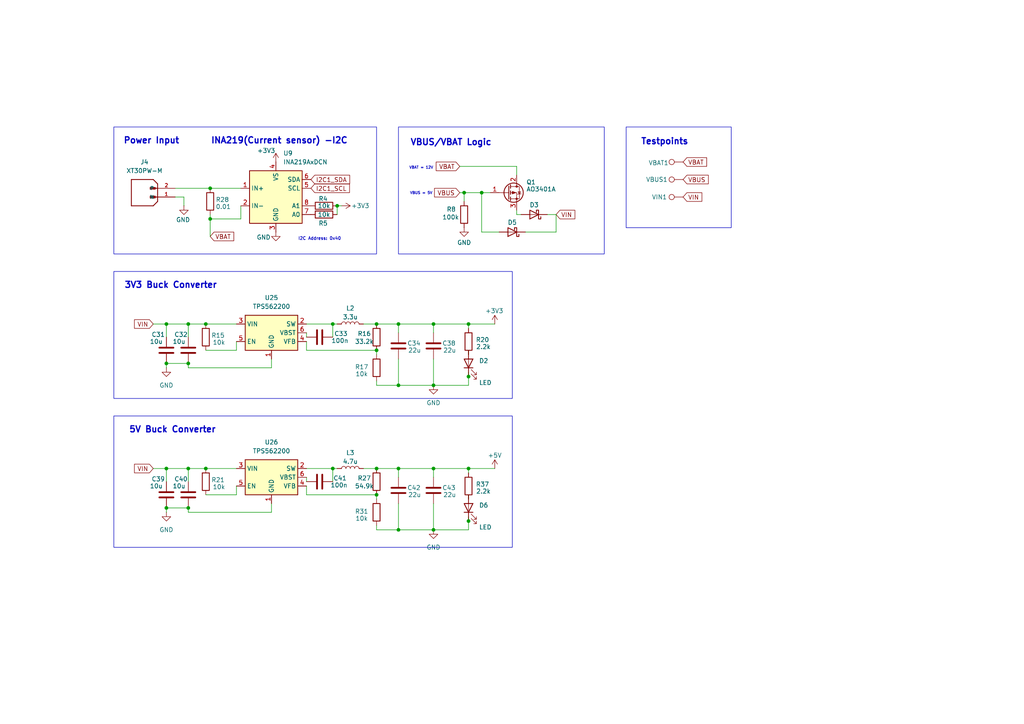
<source format=kicad_sch>
(kicad_sch (version 20250114) (generator "eeschema") (generator_version "9.0")
  (paper "A4")
  (lib_symbols
    (symbol "Connector:TestPoint" (pin_numbers (hide yes)) (pin_names (offset 0.762) (hide yes))
      (property "Reference" "TP" (at 0 6.858 0))
      (property "Value" "TestPoint" (at 0 5.08 0))
      (symbol "TestPoint_0_1"
        (circle (center 0 3.302) (radius 0.762))
      )
      (symbol "TestPoint_1_1"
        (pin passive line (at 0 0 90) (length 2.54) (name "1") (number "1"))
      )
    )
    (symbol "Device:C" (pin_numbers (hide yes)) (pin_names (offset 0.254))
      (property "Reference" "C" (at 0.635 2.54 0))
      (property "Value" "C" (at 0.635 -2.54 0))
      (symbol "C_0_1"
        (polyline (pts (xy -2.032 0.762) (xy 2.032 0.762)) (stroke (width 0.508)))
        (polyline (pts (xy -2.032 -0.762) (xy 2.032 -0.762)) (stroke (width 0.508)))
      )
      (symbol "C_1_1"
        (pin passive line (at 0 3.81 270) (length 2.794) (name "~") (number "1"))
        (pin passive line (at 0 -3.81 90) (length 2.794) (name "~") (number "2"))
      )
    )
    (symbol "Device:D_Schottky" (pin_numbers (hide yes)) (pin_names (offset 1.016) (hide yes))
      (property "Reference" "D" (at 0 2.54 0))
      (property "Value" "D_Schottky" (at 0 -2.54 0))
      (symbol "D_Schottky_0_1"
        (polyline (pts (xy -1.905 0.635) (xy -1.905 1.27) (xy -1.27 1.27) (xy -1.27 -1.27) (xy -0.635 -1.27) (xy -0.635 -0.635)) (stroke (width 0.254)))
        (polyline (pts (xy 1.27 1.27) (xy 1.27 -1.27) (xy -1.27 0) (xy 1.27 1.27)) (stroke (width 0.254)))
        (polyline (pts (xy 1.27 0) (xy -1.27 0)))
      )
      (symbol "D_Schottky_1_1"
        (pin passive line (at -3.81 0 0) (length 2.54) (name "K") (number "1"))
        (pin passive line (at 3.81 0 180) (length 2.54) (name "A") (number "2"))
      )
    )
    (symbol "Device:L" (pin_numbers (hide yes)) (pin_names (offset 1.016) (hide yes))
      (property "Reference" "L" (at -1.27 0 90))
      (property "Value" "L" (at 1.905 0 90))
      (symbol "L_0_1"
        (arc (start 0 2.54) (mid 0.6323 1.905) (end 0 1.27))
        (arc (start 0 1.27) (mid 0.6323 0.635) (end 0 0))
        (arc (start 0 0) (mid 0.6323 -0.635) (end 0 -1.27))
        (arc (start 0 -1.27) (mid 0.6323 -1.905) (end 0 -2.54))
      )
      (symbol "L_1_1"
        (pin passive line (at 0 3.81 270) (length 1.27) (name "1") (number "1"))
        (pin passive line (at 0 -3.81 90) (length 1.27) (name "2") (number "2"))
      )
    )
    (symbol "Device:LED" (pin_numbers (hide yes)) (pin_names (offset 1.016) (hide yes))
      (property "Reference" "D" (at 0 2.54 0))
      (property "Value" "LED" (at 0 -2.54 0))
      (symbol "LED_0_1"
        (polyline (pts (xy -3.048 -0.762) (xy -4.572 -2.286) (xy -3.81 -2.286) (xy -4.572 -2.286) (xy -4.572 -1.524)))
        (polyline (pts (xy -1.778 -0.762) (xy -3.302 -2.286) (xy -2.54 -2.286) (xy -3.302 -2.286) (xy -3.302 -1.524)))
        (polyline (pts (xy -1.27 0) (xy 1.27 0)))
        (polyline (pts (xy -1.27 -1.27) (xy -1.27 1.27)) (stroke (width 0.254)))
        (polyline (pts (xy 1.27 -1.27) (xy 1.27 1.27) (xy -1.27 0) (xy 1.27 -1.27)) (stroke (width 0.254)))
      )
      (symbol "LED_1_1"
        (pin passive line (at -3.81 0 0) (length 2.54) (name "K") (number "1"))
        (pin passive line (at 3.81 0 180) (length 2.54) (name "A") (number "2"))
      )
    )
    (symbol "Device:Q_PMOS_GDS" (pin_names (offset 0) (hide yes))
      (property "Reference" "Q" (at 5.08 1.27 0))
      (property "Value" "Q_PMOS_GDS" (at 5.08 -1.27 0))
      (symbol "Q_PMOS_GDS_0_1"
        (polyline (pts (xy 0.254 1.905) (xy 0.254 -1.905)) (stroke (width 0.254)))
        (polyline (pts (xy 0.254 0) (xy -2.54 0)))
        (polyline (pts (xy 0.762 2.286) (xy 0.762 1.27)) (stroke (width 0.254)))
        (polyline (pts (xy 0.762 1.778) (xy 3.302 1.778) (xy 3.302 -1.778) (xy 0.762 -1.778)))
        (polyline (pts (xy 0.762 0.508) (xy 0.762 -0.508)) (stroke (width 0.254)))
        (polyline (pts (xy 0.762 -1.27) (xy 0.762 -2.286)) (stroke (width 0.254)))
        (circle (center 1.651 0) (radius 2.794) (stroke (width 0.254)))
        (polyline (pts (xy 2.286 0) (xy 1.27 0.381) (xy 1.27 -0.381) (xy 2.286 0)) (fill (type outline)))
        (polyline (pts (xy 2.54 2.54) (xy 2.54 1.778)))
        (circle (center 2.54 1.778) (radius 0.254) (fill (type outline)))
        (circle (center 2.54 -1.778) (radius 0.254) (fill (type outline)))
        (polyline (pts (xy 2.54 -2.54) (xy 2.54 0) (xy 0.762 0)))
        (polyline (pts (xy 2.794 -0.508) (xy 2.921 -0.381) (xy 3.683 -0.381) (xy 3.81 -0.254)))
        (polyline (pts (xy 3.302 -0.381) (xy 2.921 0.254) (xy 3.683 0.254) (xy 3.302 -0.381)))
      )
      (symbol "Q_PMOS_GDS_1_1"
        (pin input line (at -5.08 0 0) (length 2.54) (name "G") (number "1"))
        (pin passive line (at 2.54 5.08 270) (length 2.54) (name "D") (number "2"))
        (pin passive line (at 2.54 -5.08 90) (length 2.54) (name "S") (number "3"))
      )
    )
    (symbol "Device:R" (pin_numbers (hide yes)) (pin_names (offset 0))
      (property "Reference" "R" (at 2.032 0 90))
      (property "Value" "R" (at 0 0 90))
      (symbol "R_0_1"
        (rectangle (start -1.016 -2.54) (end 1.016 2.54) (stroke (width 0.254)))
      )
      (symbol "R_1_1"
        (pin passive line (at 0 3.81 270) (length 1.27) (name "~") (number "1"))
        (pin passive line (at 0 -3.81 90) (length 1.27) (name "~") (number "2"))
      )
    )
    (symbol "Regulator_Switching:TPS562200"
      (property "Reference" "U" (at -7.62 6.35 0))
      (property "Value" "TPS562200" (at -2.54 6.35 0))
      (symbol "TPS562200_0_1"
        (rectangle (start -7.62 5.08) (end 7.62 -5.08) (stroke (width 0.254)) (fill (type background)))
      )
      (symbol "TPS562200_1_1"
        (pin power_in line (at -10.16 2.54 0) (length 2.54) (name "VIN") (number "3"))
        (pin input line (at -10.16 -2.54 0) (length 2.54) (name "EN") (number "5"))
        (pin power_in line (at 0 -7.62 90) (length 2.54) (name "GND") (number "1"))
        (pin output line (at 10.16 2.54 180) (length 2.54) (name "SW") (number "2"))
        (pin passive line (at 10.16 0 180) (length 2.54) (name "VBST") (number "6"))
        (pin input line (at 10.16 -2.54 180) (length 2.54) (name "VFB") (number "4"))
      )
    )
    (symbol "Sensor_Energy:INA219AxDCN"
      (property "Reference" "U" (at -6.35 8.89 0))
      (property "Value" "INA219AxDCN" (at 6.35 8.89 0))
      (symbol "INA219AxDCN_0_1"
        (rectangle (start -7.62 7.62) (end 7.62 -7.62) (stroke (width 0.254)) (fill (type background)))
      )
      (symbol "INA219AxDCN_1_1"
        (pin input line (at -10.16 2.54 0) (length 2.54) (name "IN+") (number "1"))
        (pin input line (at -10.16 -2.54 0) (length 2.54) (name "IN-") (number "2"))
        (pin power_in line (at 0 10.16 270) (length 2.54) (name "VS") (number "4"))
        (pin power_in line (at 0 -10.16 90) (length 2.54) (name "GND") (number "3"))
        (pin bidirectional line (at 10.16 5.08 180) (length 2.54) (name "SDA") (number "6"))
        (pin input line (at 10.16 2.54 180) (length 2.54) (name "SCL") (number "5"))
        (pin input line (at 10.16 -2.54 180) (length 2.54) (name "A1") (number "8"))
        (pin input line (at 10.16 -5.08 180) (length 2.54) (name "A0") (number "7"))
      )
    )
    (symbol "XT30PW-M:XT30PW-M" (pin_names (offset 1.016))
      (property "Reference" "J4" (at -3.81 7.62 0))
      (property "Value" "XT30PW-M" (at -3.81 5.08 0))
      (symbol "XT30PW-M_0_0"
        (polyline (pts (xy -7.62 2.54) (xy -1.27 2.54)) (stroke (width 0.254)))
        (polyline (pts (xy -7.62 -5.08) (xy -7.62 2.54)) (stroke (width 0.254)))
        (rectangle (start -2.2225 -0.3175) (end -0.635 0.3175) (stroke (width 0.1)) (fill (type outline)))
        (rectangle (start -2.2225 -2.8575) (end -0.635 -2.2225) (stroke (width 0.1)) (fill (type outline)))
        (polyline (pts (xy -1.27 -5.08) (xy -7.62 -5.08)) (stroke (width 0.254)))
        (polyline (pts (xy 0 1.27) (xy -1.27 2.54)) (stroke (width 0.254)))
        (polyline (pts (xy 0 1.27) (xy 0 0)) (stroke (width 0.254)))
        (polyline (pts (xy 0 0) (xy -1.905 0)) (stroke (width 0.254)))
        (polyline (pts (xy 0 0) (xy 0 -3.81)) (stroke (width 0.254)))
        (polyline (pts (xy 0 -2.54) (xy -1.905 -2.54)) (stroke (width 0.254)))
        (polyline (pts (xy 0 -3.81) (xy -1.27 -5.08)) (stroke (width 0.254)))
      )
      (symbol "XT30PW-M_1_0"
        (pin power_in line (at 5.08 0 180) (length 5.08) (name "P") (number "2"))
        (pin power_in line (at 5.08 -2.54 180) (length 5.08) (name "N") (number "1"))
      )
    )
    (symbol "power:+3V3" (power) (pin_numbers (hide yes)) (pin_names (offset 0) (hide yes))
      (property "Value" "+3V3" (at 0 3.556 0))
      (symbol "+3V3_0_1"
        (polyline (pts (xy -0.762 1.27) (xy 0 2.54)))
        (polyline (pts (xy 0 2.54) (xy 0.762 1.27)))
        (polyline (pts (xy 0 0) (xy 0 2.54)))
      )
      (symbol "+3V3_1_1"
        (pin power_in line (at 0 0 90) (length 0) (name "~") (number "1"))
      )
    )
    (symbol "power:+5V" (power) (pin_numbers (hide yes)) (pin_names (offset 0) (hide yes))
      (property "Value" "+5V" (at 0 3.556 0))
      (symbol "+5V_0_1"
        (polyline (pts (xy -0.762 1.27) (xy 0 2.54)))
        (polyline (pts (xy 0 2.54) (xy 0.762 1.27)))
        (polyline (pts (xy 0 0) (xy 0 2.54)))
      )
      (symbol "+5V_1_1"
        (pin power_in line (at 0 0 90) (length 0) (name "~") (number "1"))
      )
    )
    (symbol "power:GND" (power) (pin_numbers (hide yes)) (pin_names (offset 0) (hide yes))
      (property "Value" "GND" (at 0 -3.81 0))
      (symbol "GND_0_1"
        (polyline (pts (xy 0 0) (xy 0 -1.27) (xy 1.27 -1.27) (xy 0 -2.54) (xy -1.27 -1.27) (xy 0 -1.27)))
      )
      (symbol "GND_1_1"
        (pin power_in line (at 0 0 270) (length 0) (name "~") (number "1"))
      )
    )
  )
  (rectangle (start 181.61 36.83) (end 212.09 66.04))
  (rectangle (start 33.02 36.83) (end 109.22 73.66))
  (rectangle (start 33.02 78.74) (end 148.59 115.57))
  (rectangle (start 115.57 36.83) (end 175.26 73.66))
  (rectangle (start 33.02 120.65) (end 148.59 158.75))
  (text "3V3 Buck Converter" (at 49.53 82.804 0) (effects (font (size 1.778 1.778) (thickness 0.3556) (bold yes))))
  (text "VBAT = 12V" (at 122.174 48.768 0) (effects (font (size 0.762 0.762))))
  (text "Testpoints" (at 192.786 41.148 0) (effects (font (size 1.778 1.778) (thickness 0.3556) (bold yes))))
  (text "Power Input" (at 43.942 40.894 0) (effects (font (size 1.778 1.778) (thickness 0.3556) (bold yes))))
  (text "5V Buck Converter" (at 50.038 124.714 0) (effects (font (size 1.778 1.778) (thickness 0.3556) (bold yes))))
  (text "INA219(Current sensor) -I2C" (at 81.026 40.894 0) (effects (font (size 1.778 1.778) (thickness 0.3556) (bold yes))))
  (text "VBUS/VBAT Logic" (at 130.81 41.402 0) (effects (font (size 1.778 1.778) (thickness 0.3556) (bold yes))))
  (text "I2C Address: 0x40" (at 92.71 69.342 0) (effects (font (size 0.889 0.889))))
  (text "VBUS = 5V" (at 122.174 56.134 0) (effects (font (size 0.762 0.762))))
  (junction (at 60.96 63.5))
  (junction (at 125.73 111.76))
  (junction (at 139.7 55.88))
  (junction (at 109.22 101.6))
  (junction (at 54.61 135.89))
  (junction (at 109.22 143.51))
  (junction (at 48.26 147.32))
  (junction (at 125.73 153.67))
  (junction (at 115.57 153.67))
  (junction (at 109.22 135.89))
  (junction (at 59.69 93.98))
  (junction (at 125.73 135.89))
  (junction (at 134.62 55.88))
  (junction (at 60.96 54.61))
  (junction (at 54.61 105.41))
  (junction (at 135.89 93.98))
  (junction (at 109.22 93.98))
  (junction (at 48.26 93.98))
  (junction (at 135.89 151.13))
  (junction (at 54.61 147.32))
  (junction (at 48.26 135.89))
  (junction (at 115.57 93.98))
  (junction (at 59.69 135.89))
  (junction (at 135.89 109.22))
  (junction (at 135.89 135.89))
  (junction (at 96.52 135.89))
  (junction (at 48.26 105.41))
  (junction (at 115.57 111.76))
  (junction (at 115.57 135.89))
  (junction (at 96.52 93.98))
  (junction (at 54.61 93.98))
  (junction (at 97.79 59.69))
  (junction (at 125.73 93.98))
  (wire (pts (xy 139.7 67.31) (xy 144.78 67.31)))
  (wire (pts (xy 135.89 111.76) (xy 135.89 109.22)))
  (wire (pts (xy 54.61 93.98) (xy 59.69 93.98)))
  (wire (pts (xy 99.06 59.69) (xy 97.79 59.69)))
  (wire (pts (xy 125.73 104.14) (xy 125.73 111.76)))
  (wire (pts (xy 88.9 143.51) (xy 109.22 143.51)))
  (wire (pts (xy 115.57 153.67) (xy 125.73 153.67)))
  (wire (pts (xy 59.69 93.98) (xy 68.58 93.98)))
  (wire (pts (xy 109.22 93.98) (xy 115.57 93.98)))
  (wire (pts (xy 54.61 135.89) (xy 59.69 135.89)))
  (wire (pts (xy 109.22 135.89) (xy 115.57 135.89)))
  (wire (pts (xy 133.35 55.88) (xy 134.62 55.88)))
  (wire (pts (xy 135.89 153.67) (xy 125.73 153.67)))
  (wire (pts (xy 59.69 135.89) (xy 68.58 135.89)))
  (wire (pts (xy 48.26 105.41) (xy 48.26 106.68)))
  (wire (pts (xy 60.96 62.23) (xy 60.96 63.5)))
  (wire (pts (xy 125.73 135.89) (xy 125.73 138.43)))
  (wire (pts (xy 161.29 67.31) (xy 161.29 62.23)))
  (wire (pts (xy 115.57 138.43) (xy 115.57 135.89)))
  (wire (pts (xy 48.26 93.98) (xy 54.61 93.98)))
  (wire (pts (xy 139.7 55.88) (xy 142.24 55.88)))
  (wire (pts (xy 68.58 140.97) (xy 68.58 143.51)))
  (wire (pts (xy 109.22 152.4) (xy 109.22 153.67)))
  (wire (pts (xy 109.22 110.49) (xy 109.22 111.76)))
  (wire (pts (xy 135.89 102.87) (xy 135.89 101.6)))
  (wire (pts (xy 149.86 62.23) (xy 149.86 60.96)))
  (wire (pts (xy 48.26 139.7) (xy 48.26 135.89)))
  (wire (pts (xy 135.89 111.76) (xy 125.73 111.76)))
  (wire (pts (xy 88.9 101.6) (xy 109.22 101.6)))
  (wire (pts (xy 54.61 148.59) (xy 54.61 147.32)))
  (wire (pts (xy 125.73 135.89) (xy 135.89 135.89)))
  (wire (pts (xy 54.61 147.32) (xy 48.26 147.32)))
  (wire (pts (xy 135.89 93.98) (xy 143.51 93.98)))
  (wire (pts (xy 152.4 67.31) (xy 161.29 67.31)))
  (wire (pts (xy 60.96 63.5) (xy 69.85 63.5)))
  (wire (pts (xy 115.57 96.52) (xy 115.57 93.98)))
  (wire (pts (xy 135.89 149.86) (xy 135.89 151.13)))
  (wire (pts (xy 88.9 138.43) (xy 88.9 139.7)))
  (wire (pts (xy 115.57 93.98) (xy 125.73 93.98)))
  (wire (pts (xy 135.89 95.25) (xy 135.89 93.98)))
  (wire (pts (xy 78.74 148.59) (xy 54.61 148.59)))
  (wire (pts (xy 96.52 135.89) (xy 97.79 135.89)))
  (wire (pts (xy 109.22 143.51) (xy 109.22 144.78)))
  (wire (pts (xy 54.61 105.41) (xy 48.26 105.41)))
  (wire (pts (xy 139.7 55.88) (xy 139.7 67.31)))
  (wire (pts (xy 135.89 153.67) (xy 135.89 151.13)))
  (wire (pts (xy 48.26 135.89) (xy 54.61 135.89)))
  (wire (pts (xy 115.57 104.14) (xy 115.57 111.76)))
  (wire (pts (xy 133.35 48.26) (xy 149.86 48.26)))
  (wire (pts (xy 125.73 93.98) (xy 135.89 93.98)))
  (wire (pts (xy 48.26 147.32) (xy 48.26 148.59)))
  (wire (pts (xy 69.85 63.5) (xy 69.85 59.69)))
  (wire (pts (xy 115.57 146.05) (xy 115.57 153.67)))
  (wire (pts (xy 97.79 59.69) (xy 97.79 62.23)))
  (wire (pts (xy 135.89 107.95) (xy 135.89 109.22)))
  (wire (pts (xy 59.69 143.51) (xy 68.58 143.51)))
  (wire (pts (xy 109.22 101.6) (xy 109.22 102.87)))
  (wire (pts (xy 115.57 135.89) (xy 125.73 135.89)))
  (wire (pts (xy 78.74 106.68) (xy 54.61 106.68)))
  (wire (pts (xy 88.9 140.97) (xy 88.9 143.51)))
  (wire (pts (xy 48.26 97.79) (xy 48.26 93.98)))
  (wire (pts (xy 44.45 93.98) (xy 48.26 93.98)))
  (wire (pts (xy 88.9 135.89) (xy 96.52 135.89)))
  (wire (pts (xy 54.61 139.7) (xy 54.61 135.89)))
  (wire (pts (xy 88.9 99.06) (xy 88.9 101.6)))
  (wire (pts (xy 134.62 58.42) (xy 134.62 55.88)))
  (wire (pts (xy 96.52 93.98) (xy 96.52 97.79)))
  (wire (pts (xy 125.73 93.98) (xy 125.73 96.52)))
  (wire (pts (xy 125.73 146.05) (xy 125.73 153.67)))
  (wire (pts (xy 88.9 93.98) (xy 96.52 93.98)))
  (wire (pts (xy 96.52 135.89) (xy 96.52 139.7)))
  (wire (pts (xy 105.41 93.98) (xy 109.22 93.98)))
  (wire (pts (xy 54.61 97.79) (xy 54.61 93.98)))
  (wire (pts (xy 115.57 111.76) (xy 125.73 111.76)))
  (wire (pts (xy 50.8 57.15) (xy 53.34 57.15)))
  (wire (pts (xy 115.57 111.76) (xy 109.22 111.76)))
  (wire (pts (xy 115.57 153.67) (xy 109.22 153.67)))
  (wire (pts (xy 134.62 55.88) (xy 139.7 55.88)))
  (wire (pts (xy 50.8 54.61) (xy 60.96 54.61)))
  (wire (pts (xy 60.96 63.5) (xy 60.96 68.58)))
  (wire (pts (xy 135.89 144.78) (xy 135.89 143.51)))
  (wire (pts (xy 78.74 104.14) (xy 78.74 106.68)))
  (wire (pts (xy 78.74 146.05) (xy 78.74 148.59)))
  (wire (pts (xy 135.89 137.16) (xy 135.89 135.89)))
  (wire (pts (xy 53.34 57.15) (xy 53.34 59.69)))
  (wire (pts (xy 149.86 62.23) (xy 151.13 62.23)))
  (wire (pts (xy 96.52 93.98) (xy 97.79 93.98)))
  (wire (pts (xy 44.45 135.89) (xy 48.26 135.89)))
  (wire (pts (xy 54.61 105.41) (xy 54.61 106.68)))
  (wire (pts (xy 135.89 135.89) (xy 143.51 135.89)))
  (wire (pts (xy 59.69 101.6) (xy 68.58 101.6)))
  (wire (pts (xy 149.86 48.26) (xy 149.86 50.8)))
  (wire (pts (xy 68.58 99.06) (xy 68.58 101.6)))
  (wire (pts (xy 60.96 54.61) (xy 69.85 54.61)))
  (wire (pts (xy 161.29 62.23) (xy 158.75 62.23)))
  (wire (pts (xy 105.41 135.89) (xy 109.22 135.89)))
  (wire (pts (xy 88.9 96.52) (xy 88.9 97.79)))
  (global_label "VIN" (shape input) (at 161.29 62.23 0) (property "Intersheetrefs" "${INTERSHEET_REFS}" (effects (hide yes))))
  (global_label "VIN" (shape input) (at 198.12 57.15 0) (property "Intersheetrefs" "${INTERSHEET_REFS}" (effects (hide yes))))
  (global_label "I2C1_SCL" (shape input) (at 90.17 54.61 0) (property "Intersheetrefs" "${INTERSHEET_REFS}" (effects (hide yes))))
  (global_label "VBUS" (shape input) (at 198.12 52.07 0) (property "Intersheetrefs" "${INTERSHEET_REFS}" (effects (hide yes))))
  (global_label "VIN" (shape input) (at 44.45 93.98 180) (property "Intersheetrefs" "${INTERSHEET_REFS}" (effects (hide yes))))
  (global_label "VBAT" (shape input) (at 133.35 48.26 180) (effects (font (thickness 0.1588))) (property "Intersheetrefs" "${INTERSHEET_REFS}" (effects (hide yes))))
  (global_label "VBAT" (shape input) (at 60.96 68.58 0) (effects (font (thickness 0.1588))) (property "Intersheetrefs" "${INTERSHEET_REFS}" (effects (hide yes))))
  (global_label "VIN" (shape input) (at 44.45 135.89 180) (property "Intersheetrefs" "${INTERSHEET_REFS}" (effects (hide yes))))
  (global_label "I2C1_SDA" (shape input) (at 90.17 52.07 0) (property "Intersheetrefs" "${INTERSHEET_REFS}" (effects (hide yes))))
  (global_label "VBUS" (shape input) (at 133.35 55.88 180) (property "Intersheetrefs" "${INTERSHEET_REFS}" (effects (hide yes))))
  (global_label "VBAT" (shape input) (at 198.12 46.99 0) (effects (font (thickness 0.1588))) (property "Intersheetrefs" "${INTERSHEET_REFS}" (effects (hide yes))))
  (symbol (lib_id "Device:LED") (at 135.89 105.41 90) (unit 1)
    (property "Reference" "D2" (at 138.938 104.648 90) (effects (justify right)))
    (property "Value" "LED" (at 138.938 110.998 90) (effects (justify right)))
    (property "Footprint" "LED_SMD:LED_0603_1608Metric" (effects (hide yes)))
    (property "Description" "Light emitting diode" (effects (hide yes)))
  )
  (symbol (lib_id "Connector:TestPoint") (at 198.12 57.15 90) (unit 1)
    (property "Reference" "VIN1" (at 191.262 57.15 90))
    (property "Value" "TestPoint" (effects (hide yes)))
    (property "Footprint" "TestPoint:TestPoint_Pad_D1.5mm" (effects (hide yes)))
    (property "Description" "test point" (effects (hide yes)))
  )
  (symbol (lib_id "Device:R") (at 93.98 62.23 270) (unit 1)
    (property "Reference" "R5" (at 93.726 64.77 90))
    (property "Value" "10k" (at 93.98 62.23 90))
    (property "Footprint" "Resistor_SMD:R_0402_1005Metric" (effects (hide yes)))
    (property "Description" "Resistor" (effects (hide yes)))
  )
  (symbol (lib_id "Device:R") (at 135.89 99.06 180) (unit 1)
    (property "Reference" "R20" (at 139.954 98.552 0))
    (property "Value" "2.2k" (at 140.208 100.584 0))
    (property "Footprint" "Resistor_SMD:R_0603_1608Metric" (effects (hide yes)))
    (property "Description" "Resistor" (effects (hide yes)))
  )
  (symbol (lib_id "power:GND") (at 53.34 59.69 0) (unit 1)
    (property "Reference" "#PWR029" (effects (hide yes)))
    (property "Value" "GND" (at 53.086 63.754 0))
    (property "Description" "Power symbol creates a global label with name \"GND\" , ground" (effects (hide yes)))
  )
  (symbol (lib_id "power:+3V3") (at 99.06 59.69 270) (unit 1)
    (property "Reference" "#PWR010" (effects (hide yes)))
    (property "Value" "+3V3" (at 101.854 59.69 90) (effects (justify left)))
    (property "Description" "Power symbol creates a global label with name \"+3V3\"" (effects (hide yes)))
  )
  (symbol (lib_id "Connector:TestPoint") (at 198.12 52.07 90) (unit 1)
    (property "Reference" "VBUS1" (at 190.5 52.07 90))
    (property "Value" "TestPoint" (effects (hide yes)))
    (property "Footprint" "TestPoint:TestPoint_Pad_D1.5mm" (effects (hide yes)))
    (property "Description" "test point" (effects (hide yes)))
  )
  (symbol (lib_id "power:GND") (at 48.26 106.68 0) (unit 1)
    (property "Reference" "#PWR011" (effects (hide yes)))
    (property "Value" "GND" (at 48.26 111.76 0))
    (property "Description" "Power symbol creates a global label with name \"GND\" , ground" (effects (hide yes)))
  )
  (symbol (lib_id "Regulator_Switching:TPS562200") (at 78.74 138.43 0) (unit 1)
    (property "Reference" "U26" (at 78.74 128.27 0))
    (property "Value" "TPS562200" (at 78.74 130.81 0))
    (property "Footprint" "Package_TO_SOT_SMD:SOT-23-6_Handsoldering" (effects (hide yes)))
    (property "Datasheet" "http://www.ti.com/lit/ds/symlink/tps563200.pdf" (effects (hide yes)))
    (property "Description" "2A Synchronous Step-Down Voltage Regulator, Adjustable Output Voltage, 4.5-17V Input Voltage, SOT-23-6" (effects (hide yes)))
  )
  (symbol (lib_id "Device:D_Schottky") (at 154.94 62.23 180) (unit 1)
    (property "Reference" "D3" (at 154.94 59.436 0))
    (property "Value" "D_Schottky" (effects (hide yes)))
    (property "Footprint" "Diode_SMD:D_SOD-323" (effects (hide yes)))
    (property "Description" "Schottky diode" (effects (hide yes)))
  )
  (symbol (lib_id "Device:L") (at 101.6 93.98 90) (unit 1)
    (property "Reference" "L2" (at 101.6 89.408 90))
    (property "Value" "3.3u" (at 101.6 91.948 90))
    (property "Footprint" "Inductor_SMD:L_Changjiang_FNR4030S" (effects (hide yes)))
    (property "Description" "Inductor" (effects (hide yes)))
  )
  (symbol (lib_id "Sensor_Energy:INA219AxDCN") (at 80.01 57.15 0) (unit 1)
    (property "Reference" "U9" (at 82.1533 44.45 0) (effects (justify left)))
    (property "Value" "INA219AxDCN" (at 82.1533 46.99 0) (effects (justify left)))
    (property "Footprint" "Package_TO_SOT_SMD:SOT-23-8" (effects (hide yes)))
    (property "Datasheet" "http://www.ti.com/lit/ds/symlink/ina219.pdf" (effects (hide yes)))
    (property "Description" "Zero-Drift, Bidirectional Current/Power Monitor (0-26V) With I2C Interface, SOT-23-8" (effects (hide yes)))
  )
  (symbol (lib_id "Device:R") (at 60.96 58.42 180) (unit 1)
    (property "Reference" "R28" (at 64.516 57.912 0))
    (property "Value" "0.01" (at 64.77 59.944 0))
    (property "Footprint" "Resistor_SMD:R_2512_6332Metric" (effects (hide yes)))
    (property "Description" "Resistor" (effects (hide yes)))
  )
  (symbol (lib_id "Device:L") (at 101.6 135.89 90) (unit 1)
    (property "Reference" "L3" (at 101.6 131.318 90))
    (property "Value" "4.7u" (at 101.6 133.858 90))
    (property "Footprint" "Inductor_SMD:L_Changjiang_FXL0420" (effects (hide yes)))
    (property "Description" "Inductor" (effects (hide yes)))
  )
  (symbol (lib_id "Device:R") (at 109.22 106.68 180) (unit 1)
    (property "Reference" "R17" (at 104.902 106.426 0))
    (property "Value" "10k" (at 104.902 108.458 0))
    (property "Footprint" "Resistor_SMD:R_0402_1005Metric" (effects (hide yes)))
    (property "Description" "Resistor" (effects (hide yes)))
  )
  (symbol (lib_id "Device:C") (at 115.57 142.24 0) (unit 1)
    (property "Reference" "C42" (at 118.11 141.478 0) (effects (justify left)))
    (property "Value" "22u" (at 118.364 143.51 0) (effects (justify left)))
    (property "Footprint" "Capacitor_SMD:C_0805_2012Metric" (effects (hide yes)))
    (property "Description" "Unpolarized capacitor" (effects (hide yes)))
  )
  (symbol (lib_id "Device:R") (at 109.22 139.7 0) (unit 1)
    (property "Reference" "R27" (at 105.664 138.684 0))
    (property "Value" "54.9k" (at 105.664 140.97 0))
    (property "Footprint" "Resistor_SMD:R_0402_1005Metric" (effects (hide yes)))
    (property "Description" "Resistor" (effects (hide yes)))
  )
  (symbol (lib_id "power:GND") (at 125.73 111.76 0) (unit 1)
    (property "Reference" "#PWR0215" (effects (hide yes)))
    (property "Value" "GND" (at 125.73 116.84 0))
    (property "Description" "Power symbol creates a global label with name \"GND\" , ground" (effects (hide yes)))
  )
  (symbol (lib_id "XT30PW-M:XT30PW-M") (at 45.72 54.61 0) (unit 1)
    (property "Reference" "J4" (at 41.91 46.99 0))
    (property "Value" "XT30PW-M" (at 41.91 49.53 0))
    (property "Footprint" "Connector_AMASS:AMASS_XT30PW-M_1x02_P2.50mm_Horizontal" (effects (hide yes)))
    (property "MF" "AMASS" (effects (hide yes)))
    (property "MAXIMUM_PACKAGE_HEIGHT" "5 mm" (effects (hide yes)))
    (property "Package" "None" (effects (hide yes)))
    (property "Price" "None" (effects (hide yes)))
    (property "Check_prices" "https://www.snapeda.com/parts/XT30PW-M/AMASS/view-part/?ref=eda" (effects (hide yes)))
    (property "STANDARD" "Manufacturer Recommendations" (effects (hide yes)))
    (property "PARTREV" "1.2" (effects (hide yes)))
    (property "SnapEDA_Link" "https://www.snapeda.com/parts/XT30PW-M/AMASS/view-part/?ref=snap" (effects (hide yes)))
    (property "MP" "XT30PW-M" (effects (hide yes)))
    (property "Description_1" "\n                        \n                            Socket; DC supply; XT30; male; PIN: 2; on PCBs; THT; Colour: yellow\n                        \n" (effects (hide yes)))
    (property "MANUFACTURER" "Amass" (effects (hide yes)))
    (property "Availability" "Not in stock" (effects (hide yes)))
    (property "SNAPEDA_PN" "XT30PW-M" (effects (hide yes)))
  )
  (symbol (lib_id "Device:LED") (at 135.89 147.32 90) (unit 1)
    (property "Reference" "D6" (at 138.938 146.558 90) (effects (justify right)))
    (property "Value" "LED" (at 138.938 152.908 90) (effects (justify right)))
    (property "Footprint" "LED_SMD:LED_0603_1608Metric" (effects (hide yes)))
    (property "Description" "Light emitting diode" (effects (hide yes)))
  )
  (symbol (lib_id "Device:C") (at 54.61 101.6 0) (unit 1)
    (property "Reference" "C32" (at 50.546 97.028 0) (effects (justify left)))
    (property "Value" "10u" (at 50.038 99.06 0) (effects (justify left)))
    (property "Footprint" "Capacitor_SMD:C_0805_2012Metric" (effects (hide yes)))
    (property "Description" "Unpolarized capacitor" (effects (hide yes)))
  )
  (symbol (lib_id "Device:R") (at 109.22 97.79 0) (unit 1)
    (property "Reference" "R16" (at 105.664 96.774 0))
    (property "Value" "33.2k" (at 105.664 99.06 0))
    (property "Footprint" "Resistor_SMD:R_0402_1005Metric" (effects (hide yes)))
    (property "Description" "Resistor" (effects (hide yes)))
  )
  (symbol (lib_id "Device:C") (at 125.73 142.24 0) (unit 1)
    (property "Reference" "C43" (at 128.27 141.478 0) (effects (justify left)))
    (property "Value" "22u" (at 128.524 143.51 0) (effects (justify left)))
    (property "Footprint" "Capacitor_SMD:C_0805_2012Metric" (effects (hide yes)))
    (property "Description" "Unpolarized capacitor" (effects (hide yes)))
  )
  (symbol (lib_id "Device:D_Schottky") (at 148.59 67.31 180) (unit 1)
    (property "Reference" "D5" (at 148.59 64.516 0))
    (property "Value" "D_Schottky" (effects (hide yes)))
    (property "Footprint" "Diode_SMD:D_SOD-323" (effects (hide yes)))
    (property "Description" "Schottky diode" (effects (hide yes)))
  )
  (symbol (lib_id "Device:R") (at 93.98 59.69 270) (unit 1)
    (property "Reference" "R4" (at 93.726 57.658 90))
    (property "Value" "10k" (at 93.98 59.69 90))
    (property "Footprint" "Resistor_SMD:R_0402_1005Metric" (effects (hide yes)))
    (property "Description" "Resistor" (effects (hide yes)))
  )
  (symbol (lib_id "Device:C") (at 125.73 100.33 0) (unit 1)
    (property "Reference" "C38" (at 128.27 99.568 0) (effects (justify left)))
    (property "Value" "22u" (at 128.524 101.6 0) (effects (justify left)))
    (property "Footprint" "Capacitor_SMD:C_0805_2012Metric" (effects (hide yes)))
    (property "Description" "Unpolarized capacitor" (effects (hide yes)))
  )
  (symbol (lib_id "Device:C") (at 48.26 101.6 0) (unit 1)
    (property "Reference" "C31" (at 43.942 97.028 0) (effects (justify left)))
    (property "Value" "10u" (at 43.434 99.06 0) (effects (justify left)))
    (property "Footprint" "Capacitor_SMD:C_0805_2012Metric" (effects (hide yes)))
    (property "Description" "Unpolarized capacitor" (effects (hide yes)))
  )
  (symbol (lib_id "power:GND") (at 48.26 148.59 0) (unit 1)
    (property "Reference" "#PWR051" (effects (hide yes)))
    (property "Value" "GND" (at 48.26 153.67 0))
    (property "Description" "Power symbol creates a global label with name \"GND\" , ground" (effects (hide yes)))
  )
  (symbol (lib_id "power:+3V3") (at 80.01 46.99 0) (unit 1)
    (property "Reference" "#PWR0214" (effects (hide yes)))
    (property "Value" "+3V3" (at 77.216 43.688 0))
    (property "Description" "Power symbol creates a global label with name \"+3V3\"" (effects (hide yes)))
  )
  (symbol (lib_id "Connector:TestPoint") (at 198.12 46.99 90) (unit 1)
    (property "Reference" "VBAT1" (at 191.008 47.244 90))
    (property "Value" "TestPoint" (effects (hide yes)))
    (property "Footprint" "TestPoint:TestPoint_Pad_D1.5mm" (effects (hide yes)))
    (property "Description" "test point" (effects (hide yes)))
  )
  (symbol (lib_id "power:GND") (at 134.62 66.04 0) (unit 1)
    (property "Reference" "#PWR023" (effects (hide yes)))
    (property "Value" "GND" (at 134.62 70.358 0))
    (property "Description" "Power symbol creates a global label with name \"GND\" , ground" (effects (hide yes)))
  )
  (symbol (lib_id "Device:R") (at 135.89 140.97 180) (unit 1)
    (property "Reference" "R37" (at 139.954 140.462 0))
    (property "Value" "2.2k" (at 140.208 142.494 0))
    (property "Footprint" "Resistor_SMD:R_0603_1608Metric" (effects (hide yes)))
    (property "Description" "Resistor" (effects (hide yes)))
  )
  (symbol (lib_id "power:GND") (at 125.73 153.67 0) (unit 1)
    (property "Reference" "#PWR0216" (effects (hide yes)))
    (property "Value" "GND" (at 125.73 158.75 0))
    (property "Description" "Power symbol creates a global label with name \"GND\" , ground" (effects (hide yes)))
  )
  (symbol (lib_id "Device:C") (at 92.71 97.79 90) (unit 1)
    (property "Reference" "C33" (at 100.838 96.774 90) (effects (justify left)))
    (property "Value" "100n" (at 101.092 98.806 90) (effects (justify left)))
    (property "Footprint" "Capacitor_SMD:C_0402_1005Metric" (effects (hide yes)))
    (property "Description" "Unpolarized capacitor" (effects (hide yes)))
  )
  (symbol (lib_id "Device:R") (at 59.69 97.79 180) (unit 1)
    (property "Reference" "R15" (at 63.246 97.282 0))
    (property "Value" "10k" (at 63.5 99.314 0))
    (property "Footprint" "Resistor_SMD:R_0402_1005Metric" (effects (hide yes)))
    (property "Description" "Resistor" (effects (hide yes)))
  )
  (symbol (lib_id "Device:C") (at 48.26 143.51 0) (unit 1)
    (property "Reference" "C39" (at 43.942 138.938 0) (effects (justify left)))
    (property "Value" "10u" (at 43.434 140.97 0) (effects (justify left)))
    (property "Footprint" "Capacitor_SMD:C_0805_2012Metric" (effects (hide yes)))
    (property "Description" "Unpolarized capacitor" (effects (hide yes)))
  )
  (symbol (lib_id "power:GND") (at 80.01 67.31 0) (unit 1)
    (property "Reference" "#PWR039" (effects (hide yes)))
    (property "Value" "GND" (at 76.454 68.834 0))
    (property "Description" "Power symbol creates a global label with name \"GND\" , ground" (effects (hide yes)))
  )
  (symbol (lib_id "power:+3V3") (at 143.51 93.98 0) (unit 1)
    (property "Reference" "#PWR012" (effects (hide yes)))
    (property "Value" "+3V3" (at 140.716 90.17 0) (effects (justify left)))
    (property "Description" "Power symbol creates a global label with name \"+3V3\"" (effects (hide yes)))
  )
  (symbol (lib_id "Device:C") (at 92.71 139.7 90) (unit 1)
    (property "Reference" "C41" (at 100.584 138.684 90) (effects (justify left)))
    (property "Value" "100n" (at 100.838 140.716 90) (effects (justify left)))
    (property "Footprint" "Capacitor_SMD:C_0402_1005Metric" (effects (hide yes)))
    (property "Description" "Unpolarized capacitor" (effects (hide yes)))
  )
  (symbol (lib_id "Device:Q_PMOS_GDS") (at 147.32 55.88 0) (unit 1)
    (property "Reference" "Q1" (at 152.654 52.832 0) (effects (justify left)))
    (property "Value" "AO3401A" (at 152.654 54.864 0) (effects (justify left)))
    (property "Footprint" "Package_TO_SOT_SMD:SOT-23" (effects (hide yes)))
    (property "Description" "P-MOSFET transistor, gate/drain/source" (effects (hide yes)))
  )
  (symbol (lib_id "Device:R") (at 109.22 148.59 180) (unit 1)
    (property "Reference" "R31" (at 104.902 148.336 0))
    (property "Value" "10k" (at 104.902 150.368 0))
    (property "Footprint" "Resistor_SMD:R_0402_1005Metric" (effects (hide yes)))
    (property "Description" "Resistor" (effects (hide yes)))
  )
  (symbol (lib_id "power:+5V") (at 143.51 135.89 0) (unit 1)
    (property "Reference" "#PWR063" (effects (hide yes)))
    (property "Value" "+5V" (at 143.51 132.08 0))
    (property "Description" "Power symbol creates a global label with name \"+5V\"" (effects (hide yes)))
  )
  (symbol (lib_id "Device:R") (at 59.69 139.7 180) (unit 1)
    (property "Reference" "R21" (at 63.246 139.192 0))
    (property "Value" "10k" (at 63.5 141.224 0))
    (property "Footprint" "Resistor_SMD:R_0402_1005Metric" (effects (hide yes)))
    (property "Description" "Resistor" (effects (hide yes)))
  )
  (symbol (lib_id "Regulator_Switching:TPS562200") (at 78.74 96.52 0) (unit 1)
    (property "Reference" "U25" (at 78.74 86.36 0))
    (property "Value" "TPS562200" (at 78.74 88.9 0))
    (property "Footprint" "Package_TO_SOT_SMD:SOT-23-6_Handsoldering" (effects (hide yes)))
    (property "Datasheet" "http://www.ti.com/lit/ds/symlink/tps563200.pdf" (effects (hide yes)))
    (property "Description" "2A Synchronous Step-Down Voltage Regulator, Adjustable Output Voltage, 4.5-17V Input Voltage, SOT-23-6" (effects (hide yes)))
  )
  (symbol (lib_id "Device:C") (at 54.61 143.51 0) (unit 1)
    (property "Reference" "C40" (at 50.546 138.938 0) (effects (justify left)))
    (property "Value" "10u" (at 50.038 140.97 0) (effects (justify left)))
    (property "Footprint" "Capacitor_SMD:C_0805_2012Metric" (effects (hide yes)))
    (property "Description" "Unpolarized capacitor" (effects (hide yes)))
  )
  (symbol (lib_id "Device:C") (at 115.57 100.33 0) (unit 1)
    (property "Reference" "C34" (at 118.11 99.568 0) (effects (justify left)))
    (property "Value" "22u" (at 118.364 101.6 0) (effects (justify left)))
    (property "Footprint" "Capacitor_SMD:C_0805_2012Metric" (effects (hide yes)))
    (property "Description" "Unpolarized capacitor" (effects (hide yes)))
  )
  (symbol (lib_id "Device:R") (at 134.62 62.23 0) (unit 1)
    (property "Reference" "R8" (at 129.54 60.706 0) (effects (justify left)))
    (property "Value" "100k" (at 128.27 62.992 0) (effects (justify left)))
    (property "Footprint" "Resistor_SMD:R_0603_1608Metric" (effects (hide yes)))
    (property "Description" "Resistor" (effects (hide yes)))
  )
)
</source>
